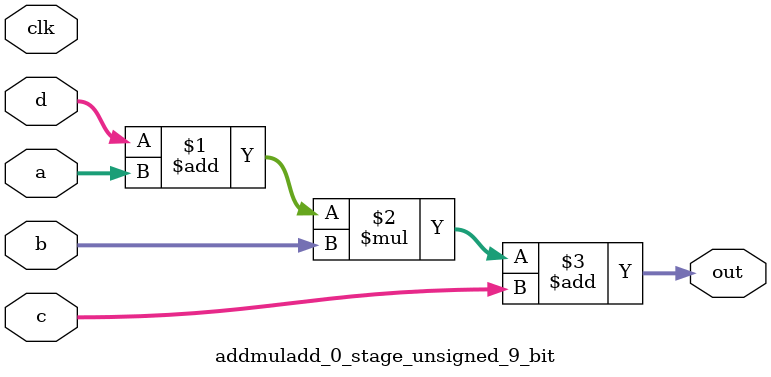
<source format=sv>
(* use_dsp = "yes" *) module addmuladd_0_stage_unsigned_9_bit(
	input  [8:0] a,
	input  [8:0] b,
	input  [8:0] c,
	input  [8:0] d,
	output [8:0] out,
	input clk);

	assign out = ((d + a) * b) + c;
endmodule

</source>
